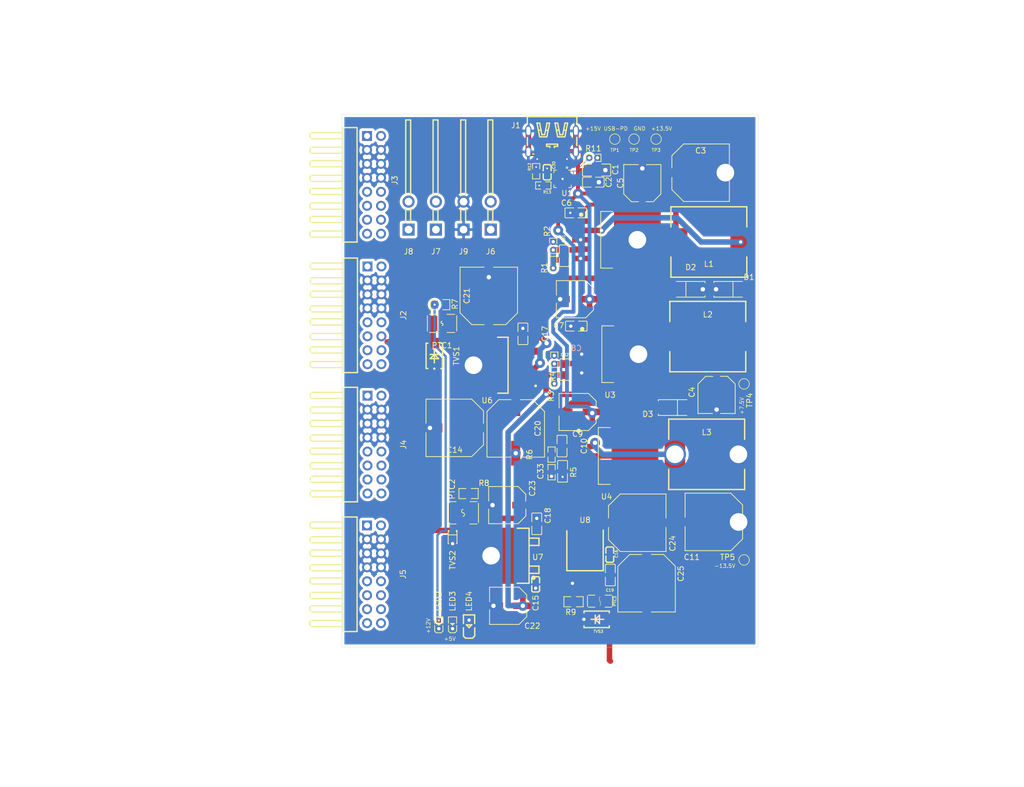
<source format=kicad_pcb>
(kicad_pcb (version 20241229) (generator "pcbnew") (generator_version "9.0")
  (layers (0 "F.Cu" signal) (2 "B.Cu" signal) (13 "F.Paste" user) (15 "B.Paste" user) (5 "F.SilkS" user "F.Silkscreen") (7 "B.SilkS" user "B.Silkscreen") (1 "F.Mask" user) (3 "B.Mask" user) (25 "Edge.Cuts" user))
  (net 0 "")
  (net 1 "+15V -> +13.5V gen")
  (net 2 "/DC-DC Conversion/+13.5V OUT")
  (net 3 "/DC-DC Conversion/+7.5V OUT")
  (net 4 "/DC-DC Conversion/-13.5V OUT")
  (net 5 "Net-(C16-Pad2)")
  (net 6 "Net-(U6-OUT)")
  (net 7 "Net-(U7-OUT)")
  (net 8 "Net-(U8-OUT)")
  (net 9 "Net-(U1-VDD)")
  (net 10 "Net-(U2-Feedback)")
  (net 11 "Net-(U3-Feedback)")
  (net 12 "Net-(U4-Feedback)")
  (net 13 "Net-(D1-K)")
  (net 14 "Net-(D2-K)")
  (net 15 "Net-(D3-K)")
  (net 16 "Net-(J1-CC1)")
  (net 17 "Net-(J1-CC2)")
  (net 18 "-12V rail")
  (net 19 "CV rail")
  (net 20 "+12V rail")
  (net 21 "+5V rail")
  (net 22 "GATE rail")
  (net 23 "Net-(LED2-A)")
  (net 24 "Net-(LED3-A)")
  (net 25 "Net-(LED4--)")
  (net 26 "Net-(U1-CFG1)")
  (net 29 "unconnected-(U1-GATE-Pad5)")
  (net 30 "Net-(U1-DM)")
  (net 37 "GND")
  (footprint "zudo-pd:C0603" (layer "F.Cu") (at 184.2 50.03 90)
    (property "Reference" "C30")
    (property "Value" "1uF")
  )
  (footprint "zudo-pd:R0603" (layer "F.Cu") (at 182.2 49.83 -90)
    (property "Reference" "R12")
    (property "Value" "5.1k")
  )
  (footprint "zudo-pd:C0805" (layer "F.Cu") (at 189.4 57.4 180)
    (property "Reference" "C6")
    (property "Value" "100nF")
  )
  (footprint "zudo-pd:C0805" (layer "F.Cu") (at 195.68 123.24 90)
    (property "Reference" "C19")
    (property "Value" "100nF")
  )
  (footprint "zudo-pd:CONN-TH_1217754-1" (layer "F.Cu") (at 163.97 57.9075 180)
    (property "Reference" "J7")
    (property "Value" "1217754-1" (hide yes))
  )
  (footprint "zudo-pd:CONN-TH_1217754-1" (layer "F.Cu") (at 169 57.9075 180)
    (property "Reference" "J9")
    (property "Value" "1217754-1" (hide yes))
  )
  (footprint "TestPoint:TestPoint_Pad_D1.5mm" (layer "F.Cu") (at 196.5 44)
    (property "Reference" "TP1")
    (property "Value" "+15V USB-PD")
  )
  (footprint "zudo-pd:C0805" (layer "F.Cu") (at 187.4 85.9 -90)
    (property "Reference" "C32")
    (property "Value" "22nF")
  )
  (footprint "zudo-pd:IND-SMD_L13.8-W12.8" (layer "F.Cu") (at 213.4 79.9)
    (property "Reference" "L2")
    (property "Value" "100uH")
  )
  (footprint "zudo-pd:TO-263-2_L10.0-W9.1-P5.08-LS15.2-TL" (layer "F.Cu") (at 175.9 85.1 180)
    (property "Reference" "U6")
    (property "Value" "L7812CD2T-TR")
  )
  (footprint "zudo-pd:D-FLAT_L4.3-W2.6-LS5.3-RD" (layer "F.Cu") (at 193.2 131.3)
    (property "Reference" "TVS3")
    (property "Value" "SMAJ15A_C571368" (hide yes))
  )
  (footprint "zudo-pd:C0603" (layer "F.Cu") (at 195.58 119.54 -90)
    (property "Reference" "C16")
    (property "Value" "470nF")
  )
  (footprint "zudo-pd:HDR-TH_16P-P2.54-H-M-R2-C8-S2.54" (layer "F.Cu") (at 152.73 123.11 -90)
    (property "Reference" "J5")
    (property "Value" "2541WR-2X08P" (hide yes))
  )
  (footprint "zudo-pd:CAP-SMD_BD6.3-L6.6-W6.6-LS7.3-FD" (layer "F.Cu") (at 201.5 52 90)
    (property "Reference" "C5")
    (property "Value" "100uF")
  )
  (footprint "zudo-pd:LED0603-RD" (layer "F.Cu") (at 164.5 132.25 90)
    (property "Reference" "LED2")
    (property "Value" "Green")
  )
  (footprint "zudo-pd:QFN-20_L3.0-W3.0-P0.40-BL-EP1.7" (layer "F.Cu") (at 187 51.23 180)
    (property "Reference" "U1")
    (property "Value" "CH224D")
  )
  (footprint "zudo-pd:TO-263-5_L10.2-W8.9-P1.70-BR" (layer "F.Cu") (at 195.64 83.1 180)
    (property "Reference" "U3")
    (property "Value" "LM2596S-ADJ")
  )
  (footprint "zudo-pd:F1206" (layer "F.Cu") (at 193.8 128)
    (property "Reference" "PTC3")
    (property "Value" "BSMD1206-150-16V" (hide yes))
  )
  (footprint "zudo-pd:R0805" (layer "F.Cu") (at 189 128.1 180)
    (property "Reference" "R9")
    (property "Value" "1k")
  )
  (footprint "zudo-pd:IND-SMD_L13.8-W12.8" (layer "F.Cu") (at 213.2 101.3)
    (property "Reference" "L3")
    (property "Value" "100uH")
  )
  (footprint "zudo-pd:C0805" (layer "F.Cu") (at 179.79 79.4 -90)
    (property "Reference" "C17")
    (property "Value" "100nF")
  )
  (footprint "zudo-pd:F1210" (layer "F.Cu") (at 165.09 77.5 180)
    (property "Reference" "PTC1")
    (property "Value" "SMD1210P200TF" (hide yes))
  )
  (footprint "zudo-pd:HDR-TH_16P-P2.54-H-M-R2-C8-S2.54" (layer "F.Cu") (at 152.8 99.5325 -90)
    (property "Reference" "J4")
    (property "Value" "2541WR-2X08P" (hide yes))
  )
  (footprint "zudo-pd:CAP-SMD_BD6.3-L6.6-W6.6-FD" (layer "F.Cu") (at 176.94 110.54 180)
    (property "Reference" "C23")
    (property "Value" "470uF")
  )
  (footprint "zudo-pd:SOD-323_L1.8-W1.3-LS2.5-FD" (layer "F.Cu") (at 167.01 116.34 90)
    (property "Reference" "TVS2")
    (property "Value" "SD05_C502527")
  )
  (footprint "zudo-pd:CAP-SMD_BD10.0-L10.3-W10.3-LS11.0-FD" (layer "F.Cu") (at 178.49 96.6 -90)
    (property "Reference" "C20")
    (property "Value" "470uF")
  )
  (footprint "zudo-pd:R0603" (layer "F.Cu") (at 185.3 66.7 90)
    (property "Reference" "R1")
    (property "Value" "10k")
  )
  (footprint "zudo-pd:F1812" (layer "F.Cu") (at 168.91 111.94 180)
    (property "Reference" "PTC2")
    (property "Value" "mSMD110-33V" (hide yes))
  )
  (footprint "zudo-pd:C1206" (layer "F.Cu") (at 193.19 49.63 180)
    (property "Reference" "C1")
    (property "Value" "10uF")
  )
  (footprint "zudo-pd:CAP-SMD_BD10.0-L10.3-W10.3-LS11.0-FD" (layer "F.Cu") (at 167.39 96.5 180)
    (property "Reference" "C14")
    (property "Value" "470nF")
  )
  (footprint "TestPoint:TestPoint_Pad_D1.5mm" (layer "F.Cu") (at 220 120.5 90)
    (property "Reference" "TP5")
    (property "Value" "-13.5V")
  )
  (footprint "zudo-pd:CAP-SMD_BD6.3-L6.6-W6.6-LS7.3-FD" (layer "F.Cu") (at 189.23 73.1 180)
    (property "Reference" "C7")
    (property "Value" "100uF")
  )
  (footprint "zudo-pd:C0805" (layer "F.Cu") (at 187 104.4 90)
    (property "Reference" "C33")
    (property "Value" "22nF")
  )
  (footprint "zudo-pd:R0603" (layer "F.Cu") (at 185.3 63.4 -90)
    (property "Reference" "R2")
    (property "Value" "1k")
  )
  (footprint "zudo-pd:R0805" (layer "F.Cu") (at 164.74 74.1 180)
    (property "Reference" "R7")
    (property "Value" "1k")
  )
  (footprint "zudo-pd:TO-263-5_L10.2-W8.9-P1.70-BR" (layer "F.Cu") (at 195.44 62.3 180)
    (property "Reference" "U2" (hide yes))
    (property "Value" "LM2596S-ADJ")
  )
  (footprint "zudo-pd:HDR-TH_16P-P2.54-H-M-R2-C8-S2.54" (layer "F.Cu") (at 152.8 76.0325 -90)
    (property "Reference" "J2")
    (property "Value" "2541WR-2X08P" (hide yes))
  )
  (footprint "zudo-pd:R0603" (layer "F.Cu") (at 185.5 87.7 -90)
    (property "Reference" "R3")
    (property "Value" "5.1k")
  )
  (footprint "zudo-pd:TYPE-C-SMD_TYPE-C-6P" (layer "F.Cu") (at 185.1 44.5375 180)
    (property "Reference" "J1")
    (property "Value" "USB-C")
  )
  (footprint "zudo-pd:R0805" (layer "F.Cu") (at 169.91 108.44 180)
    (property "Reference" "R8")
    (property "Value" "1k")
  )
  (footprint "zudo-pd:CAP-SMD_BD6.3-L6.6-W6.6-FD" (layer "F.Cu") (at 177.11 128.84 180)
    (property "Reference" "C22")
    (property "Value" "470uF")
  )
  (footprint "zudo-pd:C0805" (layer "F.Cu") (at 189.5 78 180)
    (property "Reference" "C8")
    (property "Value" "100nF")
  )
  (footprint "zudo-pd:C0805" (layer "F.Cu") (at 187.3 65.2 -90)
    (property "Reference" "C31")
    (property "Value" "22nF")
  )
  (footprint "zudo-pd:C0805" (layer "F.Cu") (at 182.31 113.94 90)
    (property "Reference" "C18")
    (property "Value" "100nF")
  )
  (footprint "zudo-pd:LED0805-R-RD" (layer "F.Cu") (at 170 132.5 90)
    (property "Reference" "LED4")
    (property "Value" "Red")
  )
  (footprint "zudo-pd:R0603" (layer "F.Cu") (at 185.5 84.1 90)
    (property "Reference" "R4")
    (property "Value" "1k")
  )
  (footprint "zudo-pd:CAP-SMD_BD10.0-L10.3-W10.3-LS11.0-FD" (layer "F.Cu") (at 214.5 113.6 180)
    (property "Reference" "C11")
    (property "Value" "470uF 25V")
  )
  (footprint "zudo-pd:CAP-SMD_BD6.3-L6.6-W6.6-LS7.3-FD" (layer "F.Cu") (at 189.73 93.6 180)
    (property "Reference" "C9")
    (property "Value" "100uF")
  )
  (footprint "zudo-pd:CAP-SMD_BD10.0-L10.3-W10.3-LS11.0-FD" (layer "F.Cu") (at 200.58 113.74)
    (property "Reference" "C24")
    (property "Value" "470uF")
  )
  (footprint "zudo-pd:TO-263-2_L10.0-W9.2-P5.08-LS15.3-TL-CW" (layer "F.Cu") (at 179.41 119.74 180)
    (property "Reference" "U7")
    (property "Value" "L7805ABD2T-TR" (hide yes))
  )
  (footprint "TestPoint:TestPoint_Pad_D1.5mm" (layer "F.Cu") (at 200 44)
    (property "Reference" "TP2")
    (property "Value" "GND")
  )
  (footprint "zudo-pd:CAP-SMD_BD10.0-L10.3-W10.3-LS11.0-FD" (layer "F.Cu") (at 173.59 72.5 90)
    (property "Reference" "C21")
    (property "Value" "470uF")
  )
  (footprint "zudo-pd:CONN-TH_1217754-1" (layer "F.Cu") (at 159 57.9075 180)
    (property "Reference" "J8")
    (property "Value" "1217754-1" (hide yes))
  )
  (footprint "zudo-pd:R0603" (layer "F.Cu") (at 185 101.35 90)
    (property "Reference" "R6")
    (property "Value" "1k")
  )
  (footprint "zudo-pd:C0805" (layer "F.Cu") (at 192.6 51.83 180)
    (property "Reference" "C2")
    (property "Value" "100nF")
  )
  (footprint "zudo-pd:SMA_L4.3-W2.6-LS5.2-RD" (layer "F.Cu") (at 207 92.8 180)
    (property "Reference" "D3")
    (property "Value" "SS34")
  )
  (footprint "zudo-pd:R0603" (layer "F.Cu") (at 192.6 47.4)
    (property "Reference" "R11")
    (property "Value" "56k")
  )
  (footprint "zudo-pd:CONN-TH_1217754-1" (layer "F.Cu") (at 173.94 57.9075 180)
    (property "Reference" "J6")
    (property "Value" "1217754-1" (hide yes))
  )
  (footprint "zudo-pd:IND-SMD_L13.8-W12.8" (layer "F.Cu") (at 213.6 62.7 180)
    (property "Reference" "L1")
    (property "Value" "100uH")
  )
  (footprint "zudo-pd:TO-252-3_L6.5-W5.8-P4.58-BL" (layer "F.Cu") (at 191.09 121)
    (property "Reference" "U8")
    (property "Value" "CJ7912_C94173" (hide yes))
  )
  (footprint "zudo-pd:R0603" (layer "F.Cu") (at 185 104.55 -90)
    (property "Reference" "R5")
    (property "Value" "10k")
  )
  (footprint "zudo-pd:R0603" (layer "F.Cu") (at 183.5 52.43)
    (property "Reference" "R13")
    (property "Value" "5.1k")
  )
  (footprint "zudo-pd:C0805" (layer "F.Cu") (at 186.9 99.8 -90)
    (property "Reference" "C10")
    (property "Value" "100nF")
  )
  (footprint "zudo-pd:D-FLAT_L4.3-W2.6-LS5.3-RD" (layer "F.Cu") (at 163.69 83.4 -90)
    (property "Reference" "TVS1")
    (property "Value" "SMAJ15A_C571368" (hide yes))
  )
  (footprint "zudo-pd:C0603" (layer "F.Cu") (at 182.11 124.94 -90)
    (property "Reference" "C15")
    (property "Value" "470nF")
  )
  (footprint "TestPoint:TestPoint_Pad_D1.5mm" (layer "F.Cu") (at 220 88.5)
    (property "Reference" "TP4")
    (property "Value" "+7.5V")
  )
  (footprint "zudo-pd:LED0603-RD" (layer "F.Cu") (at 167 132.25 90)
    (property "Reference" "LED3")
    (property "Value" "Blue")
  )
  (footprint "zudo-pd:CAP-SMD_BD10.0-L10.3-W10.3-LS11.0-FD" (layer "F.Cu") (at 212.1 50.1)
    (property "Reference" "C3")
    (property "Value" "470uF 25V")
  )
  (footprint "zudo-pd:CAP-SMD_BD6.3-L6.6-W6.6-FD" (layer "F.Cu") (at 215 90.5 -90)
    (property "Reference" "C4")
    (property "Value" "470uF 16V")
  )
  (footprint "TestPoint:TestPoint_Pad_D1.5mm" (layer "F.Cu") (at 204 44)
    (property "Reference" "TP3")
    (property "Value" "+13.5V")
  )
  (footprint "zudo-pd:HDR-TH_16P-P2.54-H-M-R2-C8-S2.54" (layer "F.Cu") (at 152.73 52.31 -90)
    (property "Reference" "J3")
    (property "Value" "2541WR-2X08P" (hide yes))
  )
  (footprint "zudo-pd:SMA_L4.3-W2.6-LS5.2-RD" (layer "F.Cu") (at 217.1 71.3 180)
    (property "Reference" "D1")
    (property "Value" "SS34")
  )
  (footprint "zudo-pd:CAP-SMD_BD10.0-L10.3-W10.3-LS11.0-FD" (layer "F.Cu") (at 202.28 124.74 -90)
    (property "Reference" "C25")
    (property "Value" "470uF")
  )
  (footprint "zudo-pd:SMA_L4.3-W2.6-LS5.2-RD" (layer "F.Cu") (at 210.3 71.3)
    (property "Reference" "D2")
    (property "Value" "SS34")
  )
  (footprint "zudo-pd:TO-263-5_L10.2-W8.9-P1.70-BR" (layer "F.Cu") (at 195 101.6 180)
    (property "Reference" "U4")
    (property "Value" "LM2596S-ADJ")
  )
  (gr_rect (start 146.84 39.5) (end 222.56 136.36) (stroke (width 0.05)) (fill no) (layer "Edge.Cuts"))
  (gr_text "-13.5V" (at 216.5 122 0) (layer "F.SilkS") (effects (font (size 0.7 0.7) (thickness 0.1)) (justify bottom)))
  (gr_text "+15V USB-PD" (at 195 42.5 0) (layer "F.SilkS") (effects (font (size 0.7 0.7) (thickness 0.1)) (justify bottom)))
  (gr_text "+7.5V" (at 220 92.5 90) (layer "F.SilkS") (effects (font (size 0.7 0.7) (thickness 0.1)) (justify bottom)))
  (gr_text "+12V" (at 163 132.5 90) (layer "F.SilkS") (effects (font (size 0.7 0.7) (thickness 0.1)) (justify bottom)))
  (gr_text "GND" (at 201 42.5 0) (layer "F.SilkS") (effects (font (size 0.7 0.7) (thickness 0.1)) (justify bottom)))
  (gr_text "+5V" (at 166.5 135.25 0) (layer "F.SilkS") (effects (font (size 0.7 0.7) (thickness 0.1)) (justify bottom)))
  (gr_text "+13.5V" (at 205 42.5 0) (layer "F.SilkS") (effects (font (size 0.7 0.7) (thickness 0.1)) (justify bottom)))
  (segment (start 186.6 46.5675) (end 186.6 47.93) (width 0.7) (layer "F.Cu") (net 1))
  (segment (start 187.4 49.82) (end 187.4 48.73) (width 0.1) (layer "F.Cu") (net 1))
  (segment (start 190.5 79.68) (end 190.48 79.7) (width 1) (layer "F.Cu") (net 1))
  (segment (start 186.6 47.93) (end 186.6 48.63) (width 0.7) (layer "F.Cu") (net 1))
  (segment (start 201.5 54.8) (end 200.4 55.9) (width 0.7) (layer "F.Cu") (net 1))
  (segment (start 186.7 48.73) (end 187.4 48.73) (width 0.7) (layer "F.Cu") (net 1))
  (segment (start 186.6 48.63) (end 186.7 48.73) (width 0.7) (layer "F.Cu") (net 1))
  (segment (start 190.28 58.9) (end 190.28 57.52) (width 1) (layer "F.Cu") (net 1))
  (segment (start 201.5 54.67) (end 200.47 54.67) (width 0.7) (layer "F.Cu") (net 1))
  (segment (start 192.4 93.8) (end 192.4 95.64) (width 1) (layer "F.Cu") (net 1))
  (segment (start 187.5 98.2) (end 186.9 98.8) (width 1) (layer "F.Cu") (net 1))
  (segment (start 201.5 54.67) (end 201.5 54.8) (width 0.7) (layer "F.Cu") (net 1))
  (segment (start 191.9 76.6) (end 190.5 78) (width 1) (layer "F.Cu") (net 1))
  (segment (start 199.7 53.9) (end 189.8 53.9) (width 0.7) (layer "F.Cu") (net 1))
  (segment (start 190.5 46.5) (end 190.5 48.03) (width 0.4) (layer "F.Cu") (net 1))
  (segment (start 189.84 98.2) (end 187.5 98.2) (width 1) (layer "F.Cu") (net 1))
  (segment (start 191.9 55.9) (end 190.4 57.4) (width 0.7) (layer "F.Cu") (net 1))
  (segment (start 189.8 48.73) (end 189.8 49.63) (width 0.7) (layer "F.Cu") (net 1))
  (segment (start 186.6 44.53) (end 183.6 44.53) (width 0.7) (layer "F.Cu") (net 1))
  (segment (start 190.28 57.52) (end 190.4 57.4) (width 1) (layer "F.Cu") (net 1))
  (segment (start 190.5 78) (end 190.5 79.68) (width 1) (layer "F.Cu") (net 1))
  (segment (start 189.8 51.83) (end 189.8 53.9) (width 0.7) (layer "F.Cu") (net 1))
  (segment (start 183.6 44.53) (end 183.6 46.5675) (width 0.7) (layer "F.Cu") (net 1))
  (segment (start 189.8 53.9) (end 188.9 54.8) (width 0.7) (layer "F.Cu") (net 1))
  (segment (start 193 44) (end 190.5 46.5) (width 0.4) (layer "F.Cu") (net 1))
  (segment (start 191.6 51.83) (end 189.8 51.83) (width 0.7) (layer "F.Cu") (net 1))
  (segment (start 190.5 48.03) (end 189.8 48.73) (width 0.4) (layer "F.Cu") (net 1))
  (segment (start 191.6 49.63) (end 189.8 49.63) (width 0.7) (layer "F.Cu") (net 1))
  (segment (start 189.8 49.63) (end 189.8 51.83) (width 0.7) (layer "F.Cu") (net 1))
  (segment (start 186.6 46.5675) (end 186.6 44.53) (width 0.7) (layer "F.Cu") (net 1))
  (segment (start 191.9 73.1) (end 191.9 76.6) (width 1) (layer "F.Cu") (net 1))
  (segment (start 188.9 54.8) (end 186.2 54.8) (width 0.7) (layer "F.Cu") (net 1))
  (segment (start 186.6 47.93) (end 186.6 47.53) (width 0.7) (layer "F.Cu") (net 1))
  (segment (start 200.47 54.67) (end 199.7 53.9) (width 0.7) (layer "F.Cu") (net 1))
  (segment (start 192.4 93.6) (end 192.4 93.8) (width 1) (layer "F.Cu") (net 1))
  (segment (start 196.5 44) (end 193 44) (width 0.4) (layer "F.Cu") (net 1))
  (segment (start 187.4 48.73) (end 189.8 48.73) (width 0.7) (layer "F.Cu") (net 1))
  (segment (start 192.4 95.64) (end 189.84 98.2) (width 1) (layer "F.Cu") (net 1))
  (segment (start 200.4 55.9) (end 191.9 55.9) (width 0.7) (layer "F.Cu") (net 1))
  (segment (start 186.2 54.8) (end 186.2 60.6) (width 0.7) (layer "F.Cu") (net 1))
  (via (at 186.2 60.6) (size 1.8) (drill 0.8) (layers "F.Cu" "B.Cu") (net 1))
  (via (at 189.8 53.9) (size 1.8) (drill 0.8) (layers "F.Cu" "B.Cu") (net 1))
  (via (at 192.4 93.8) (size 1.8) (drill 0.8) (layers "F.Cu" "B.Cu") (net 1))
  (via (at 191.9 73.1) (size 1.8) (drill 0.8) (layers "F.Cu" "B.Cu") (net 1))
  (segment (start 189 75.4) (end 187 75.4) (width 0.7) (layer "B.Cu") (net 1))
  (segment (start 187.8 92.6) (end 191.5 92.6) (width 0.7) (layer "B.Cu") (net 1))
  (segment (start 191.5 92.6) (end 192.4 93.5) (width 0.7) (layer "B.Cu") (net 1))
  (segment (start 185.4 77) (end 185.3 77.1) (width 0.7) (layer "B.Cu") (net 1))
  (segment (start 187 75.4) (end 185.4 77) (width 0.7) (layer "B.Cu") (net 1))
  (segment (start 185.3 79.1) (end 187.8 81.6) (width 0.7) (layer "B.Cu") (net 1))
  (segment (start 187.8 81.6) (end 187.8 92.6) (width 0.7) (layer "B.Cu") (net 1))
  (segment (start 189 63.4) (end 189 75.4) (width 0.7) (layer "B.Cu") (net 1))
  (segment (start 191.9 56) (end 191.9 73.1) (width 0.7) (layer "B.Cu") (net 1))
  (segment (start 185.3 77.1) (end 185.3 79.1) (width 0.7) (layer "B.Cu") (net 1))
  (segment (start 186.2 60.6) (end 189 63.4) (width 0.7) (layer "B.Cu") (net 1))
  (segment (start 189.8 53.9) (end 191.9 56) (width 0.7) (layer "B.Cu") (net 1))
  (segment (start 187.5 69.3) (end 182.2 69.3) (width 1) (layer "F.Cu") (net 2))
  (segment (start 171.89 96.5) (end 174.09 96.5) (width 1) (layer "F.Cu") (net 2))
  (segment (start 174.09 96.5) (end 178.49 92.1) (width 1) (layer "F.Cu") (net 2))
  (segment (start 182.2 69.3) (end 182.2 79.2) (width 1) (layer "F.Cu") (net 2))
  (segment (start 207.83 67.07) (end 205.8 69.1) (width 1) (layer "F.Cu") (net 2))
  (segment (start 187.3 69.1) (end 187.5 69.3) (width 1) (layer "F.Cu") (net 2))
  (segment (start 185.3 65.95) (end 187.05 65.95) (width 1) (layer "F.Cu") (net 2))
  (segment (start 205.6 69.3) (end 187.5 69.3) (width 1) (layer "F.Cu") (net 2))
  (segment (start 187.05 65.95) (end 187.3 66.2) (width 1) (layer "F.Cu") (net 2))
  (segment (start 180.99 87.64) (end 180.99 88.5) (width 1) (layer "F.Cu") (net 2))
  (segment (start 180.99 88.5) (end 180.99 89.6) (width 1) (layer "F.Cu") (net 2))
  (segment (start 207.6 50.1) (end 207.6 62.47) (width 1) (layer "F.Cu") (net 2))
  (segment (start 180.99 89.6) (end 178.49 92.1) (width 1) (layer "F.Cu") (net 2))
  (segment (start 180.99 86.61) (end 182.9 84.7) (width 1) (layer "F.Cu") (net 2))
  (segment (start 180.99 88.5) (end 180.99 86.61) (width 1) (layer "F.Cu") (net 2))
  (segment (start 182.2 79.2) (end 184.1 81.1) (width 1) (layer "F.Cu") (net 2))
  (segment (start 207.83 62.7) (end 207.83 67.07) (width 1) (layer "F.Cu") (net 2))
  (segment (start 207.6 62.47) (end 207.83 62.7) (width 1) (layer "F.Cu") (net 2))
  (segment (start 205.8 69.1) (end 205.6 69.3) (width 1) (layer "F.Cu") (net 2))
  (segment (start 187.3 66.2) (end 187.3 69.1) (width 1) (layer "F.Cu") (net 2))
  (via (at 182.9 84.7) (size 1.8) (drill 0.8) (layers "F.Cu" "B.Cu") (net 2))
  (via (at 184.1 81.1) (size 1.8) (drill 0.8) (layers "F.Cu" "B.Cu") (net 2))
  (segment (start 182.9 82.3) (end 184.1 81.1) (width 1) (layer "B.Cu") (net 2))
  (segment (start 182.9 84.7) (end 182.9 82.3) (width 1) (layer "B.Cu") (net 2))
  (segment (start 182.11 122.24) (end 182.11 124.24) (width 1) (layer "F.Cu") (net 3))
  (segment (start 215 87.83) (end 219.33 87.83) (width 1) (layer "F.Cu") (net 3))
  (segment (start 184.1 86.9) (end 184 87) (width 1) (layer "F.Cu") (net 3))
  (segment (start 180.66 124.24) (end 182.11 124.24) (width 1) (layer "F.Cu") (net 3))
  (segment (start 187.4 86.9) (end 185.55 86.9) (width 1) (layer "F.Cu") (net 3))
  (segment (start 210.3 87.83) (end 207.73 90.4) (width 1) (layer "F.Cu") (net 3))
  (segment (start 185.55 86.9) (end 184.1 86.9) (width 1) (layer "F.Cu") (net 3))
  (segment (start 215 87.83) (end 210.3 87.83) (width 1) (layer "F.Cu") (net 3))
  (segment (start 184 87) (end 184 90.4) (width 1) (layer "F.Cu") (net 3))
  (segment (start 184.81 122.28) (end 182.15 122.28) (width 1) (layer "F.Cu") (net 3))
  (segment (start 207.73 90.4) (end 184 90.4) (width 1) (layer "F.Cu") (net 3))
  (segment (start 216.7 87.83) (end 215 87.83) (width 1) (layer "F.Cu") (net 3))
  (segment (start 179.78 125.12) (end 180.66 124.24) (width 1) (layer "F.Cu") (net 3))
  (segment (start 219.33 87.83) (end 220 88.5) (width 1) (layer "F.Cu") (net 3))
  (segment (start 179.78 128.84) (end 179.78 125.12) (width 1) (layer "F.Cu") (net 3))
  (segment (start 219.17 79.9) (end 219.17 85.36) (width 1) (layer "F.Cu") (net 3))
  (segment (start 182.15 122.28) (end 182.11 122.24) (width 1) (layer "F.Cu") (net 3))
  (segment (start 185.55 86.9) (end 185.5 86.95) (width 1) (layer "F.Cu") (net 3))
  (segment (start 219.17 85.36) (end 216.7 87.83) (width 1) (layer "F.Cu") (net 3))
  (via (at 184 90.4) (size 1.2) (drill 0.6) (layers "F.Cu" "B.Cu") (net 3))
  (via (at 178.49 101.1) (size 1.8) (drill 0.8) (layers "F.Cu" "B.Cu") (net 3))
  (via (at 179.78 128.84) (size 1.8) (drill 0.8) (layers "F.Cu" "B.Cu") (net 3))
  (segment (start 184 90.4) (end 177.1 97.3) (width 1) (layer "B.Cu") (net 3))
  (segment (start 177.1 128.8) (end 179.5 128.8) (width 1) (layer "B.Cu") (net 3))
  (segment (start 179.5 128.8) (end 179.6 128.9) (width 1) (layer "B.Cu") (net 3))
  (segment (start 177.1 97.3) (end 177.1 128.8) (width 1) (layer "B.Cu") (net 3))
  (segment (start 196.76 105) (end 200.16 101.6) (width 1) (layer "F.Cu") (net 4))
  (segment (start 195.58 118.84) (end 195.58 114.24) (width 1) (layer "F.Cu") (net 4))
  (segment (start 182.8 97.86) (end 182.8 108.96) (width 1) (layer "F.Cu") (net 4))
  (segment (start 204 92) (end 188.66 92) (width 1) (layer "F.Cu") (net 4))
  (segment (start 189.84 105) (end 196.76 105) (width 1) (layer "F.Cu") (net 4))
  (segment (start 194.6 113.74) (end 191.09 117.25) (width 1) (layer "F.Cu") (net 4))
  (segment (start 206.7 94.7) (end 206.7 95.06) (width 1) (layer "F.Cu") (net 4))
  (segment (start 210 110.9) (end 210 113.6) (width 1) (layer "F.Cu") (net 4))
  (segment (start 195.58 114.24) (end 196.08 113.74) (width 1) (layer "F.Cu") (net 4))
  (segment (start 200.7 101.6) (end 210 110.9) (width 1) (layer "F.Cu") (net 4))
  (segment (start 204.8 92.8) (end 206.7 94.7) (width 1) (layer "F.Cu") (net 4))
  (segment (start 187.7 101.6) (end 186.9 100.8) (width 1) (layer "F.Cu") (net 4))
  (segment (start 204.8 92.8) (end 204 92) (width 1) (layer "F.Cu") (net 4))
  (segment (start 191.3 117.04) (end 191.09 117.25) (width 1) (layer "F.Cu") (net 4))
  (segment (start 189.84 101.6) (end 187.7 101.6) (width 1) (layer "F.Cu") (net 4))
  (segment (start 200.16 101.6) (end 200.7 101.6) (width 1) (layer "F.Cu") (net 4))
  (segment (start 185 100.6) (end 186.7 100.6) (width 1) (layer "F.Cu") (net 4))
  (segment (start 182.8 108.96) (end 191.09 117.25) (width 1) (layer "F.Cu") (net 4))
  (segment (start 186.7 100.6) (end 186.9 100.8) (width 1) (layer "F.Cu") (net 4))
  (segment (start 206.7 95.06) (end 200.16 101.6) (width 1) (layer "F.Cu") (net 4))
  (segment (start 189.84 101.6) (end 200.16 101.6) (width 1) (layer "F.Cu") (net 4))
  (segment (start 196.08 113.74) (end 194.6 113.74) (width 1) (layer "F.Cu") (net 4))
  (segment (start 188.66 92) (end 187.06 93.6) (width 1) (layer "F.Cu") (net 4))
  (segment (start 192.18 117.04) (end 191.3 117.04) (width 1) (layer "F.Cu") (net 4))
  (segment (start 187.06 93.6) (end 182.8 97.86) (width 1) (layer "F.Cu") (net 4))
  (segment (start 197.68 120.24) (end 195.68 122.24) (width 1) (layer "F.Cu") (net 5))
  (segment (start 195.68 122.24) (end 195.68 120.34) (width 1) (layer "F.Cu") (net 5))
  (segment (start 205.08 117.44) (end 202.28 120.24) (width 1) (layer "F.Cu") (net 5))
  (segment (start 205.08 113.74) (end 205.08 117.44) (width 1) (layer "F.Cu") (net 5))
  (segment (start 202.28 120.24) (end 197.68 120.24) (width 1) (layer "F.Cu") (net 5))
  (segment (start 195.68 120.34) (end 195.58 120.24) (width 1) (layer "F.Cu") (net 5))
  (segment (start 179.79 80.4) (end 178.49 80.4) (width 1) (layer "F.Cu") (net 6))
  (segment (start 166.69 77.5) (end 172.99 77.5) (width 1) (layer "F.Cu") (net 6))
  (segment (start 180.99 81.6) (end 179.79 80.4) (width 1) (layer "F.Cu") (net 6))
  (segment (start 180.99 82.56) (end 180.99 81.6) (width 1) (layer "F.Cu") (net 6))
  (segment (start 165.74 76.55) (end 166.69 77.5) (width 1) (layer "F.Cu") (net 6))
  (segment (start 172.99 77.5) (end 173.49 77) (width 1) (layer "F.Cu") (net 6))
  (segment (start 178.49 80.4) (end 175.09 77) (width 1) (layer "F.Cu") (net 6))
  (segment (start 165.74 74.1) (end 165.74 76.55) (width 1) (layer "F.Cu") (net 6))
  (segment (start 173.49 77) (end 173.59 77) (width 1) (layer "F.Cu") (net 6))
  (segment (start 175.09 77) (end 173.59 77) (width 1) (layer "F.Cu") (net 6))
  (segment (start 172.31 112.94) (end 179.41 112.94) (width 1) (layer "F.Cu") (net 7))
  (segment (start 170.91 108.44) (end 170.91 111.79) (width 1) (layer "F.Cu") (net 7))
  (segment (start 179.41 112.94) (end 179.61 113.14) (width 1) (layer "F.Cu") (net 7))
  (segment (start 170.76 111.94) (end 171.31 111.94) (width 1) (layer "F.Cu") (net 7))
  (segment (start 170.91 111.79) (end 170.76 111.94) (width 1) (layer "F.Cu") (net 7))
  (segment (start 181.41 114.94) (end 182.31 114.94) (width 1) (layer "F.Cu") (net 7))
  (segment (start 171.31 111.94) (end 172.31 112.94) (width 1) (layer "F.Cu") (net 7))
  (segment (start 182.55 114.94) (end 184.81 117.2) (width 1) (layer "F.Cu") (net 7))
  (segment (start 179.61 110.54) (end 179.61 113.14) (width 1) (layer "F.Cu") (net 7))
  (segment (start 179.61 113.14) (end 181.41 114.94) (width 1) (layer "F.Cu") (net 7))
  (segment (start 182.31 114.94) (end 182.55 114.94) (width 1) (layer "F.Cu") (net 7))
  (segment (start 192.35 128) (end 192.35 125.77) (width 1) (layer "F.Cu") (net 8))
  (segment (start 190 128.1) (end 192.25 128.1) (width 1) (layer "F.Cu") (net 8))
  (segment (start 193.88 124.24) (end 193.38 124.74) (width 1) (layer "F.Cu") (net 8))
  (segment (start 195.68 124.24) (end 193.88 124.24) (width 1) (layer "F.Cu") (net 8))
  (segment (start 192.35 125.77) (end 193.38 124.74) (width 1) (layer "F.Cu") (net 8))
  (segment (start 197.28 124.24) (end 202.28 129.24) (width 1) (layer "F.Cu") (net 8))
  (segment (start 195.68 124.24) (end 197.28 124.24) (width 1) (layer "F.Cu") (net 8))
  (segment (start 192.25 128.1) (end 192.35 128) (width 1) (layer "F.Cu") (net 8))
  (segment (start 184.3 50.83) (end 184.2 50.73) (width 0.1) (layer "F.Cu") (net 9))
  (segment (start 185.59 50.83) (end 184.3 50.83) (width 0.1) (layer "F.Cu") (net 9))
  (segment (start 185.3 64.15) (end 190.13 64.15) (width 1) (layer "F.Cu") (net 10))
  (segment (start 190.13 64.15) (end 190.28 64) (width 1) (layer "F.Cu") (net 10))
  (via (at 185.3 64.15) (size 1.2) (drill 0.6) (layers "F.Cu" "B.Cu") (net 10))
  (via (at 185.3 67.45) (size 1.2) (drill 0.6) (layers "F.Cu" "B.Cu") (net 10))
  (segment (start 185.3 64.15) (end 185.3 67.45) (width 1) (layer "B.Cu") (net 10))
  (segment (start 187.5 84.8) (end 187.4 84.9) (width 1) (layer "F.Cu") (net 11))
  (segment (start 185.5 84.85) (end 187.35 84.85) (width 1) (layer "F.Cu") (net 11))
  (segment (start 190.48 84.8) (end 187.5 84.8) (width 1) (layer "F.Cu") (net 11))
  (segment (start 187.35 84.85) (end 187.4 84.9) (width 1) (layer "F.Cu") (net 11))
  (via (at 185.5 88.45) (size 1.2) (drill 0.6) (layers "F.Cu" "B.Cu") (net 11))
  (via (at 185.5 84.85) (size 1.2) (drill 0.6) (layers "F.Cu" "B.Cu") (net 11))
  (segment (start 185.5 84.85) (end 185.5 88.45) (width 1) (layer "B.Cu") (net 11))
  (segment (start 187.1 103.3) (end 187 103.4) (width 1) (layer "F.Cu") (net 12))
  (segment (start 187 103.4) (end 186.3 103.4) (width 1) (layer "F.Cu") (net 12))
  (segment (start 185 102.1) (end 185 103.8) (width 1) (layer "F.Cu") (net 12))
  (segment (start 186.3 103.4) (end 185 102.1) (width 1) (layer "F.Cu") (net 12))
  (segment (start 189.84 103.3) (end 187.1 103.3) (width 1) (layer "F.Cu") (net 12))
  (segment (start 190.28 60.6) (end 194.1 60.6) (width 1) (layer "F.Cu") (net 13))
  (segment (start 219.37 71.23) (end 219.3 71.3) (width 1) (layer "F.Cu") (net 13))
  (segment (start 219.37 62.7) (end 219.37 71.23) (width 1) (layer "F.Cu") (net 13))
  (via (at 219.37 62.7) (size 1.2) (drill 0.6) (layers "F.Cu" "B.Cu") (net 13))
  (via (at 194.1 60.6) (size 1.2) (drill 0.6) (layers "F.Cu" "B.Cu") (net 13))
  (segment (start 207.8 58.3) (end 212.2 62.7) (width 1) (layer "B.Cu") (net 13))
  (segment (start 196.4 58.3) (end 207.8 58.3) (width 1) (layer "B.Cu") (net 13))
  (segment (start 212.2 62.7) (end 219.37 62.7) (width 1) (layer "B.Cu") (net 13))
  (segment (start 194.1 60.6) (end 196.4 58.3) (width 1) (layer "B.Cu") (net 13))
  (segment (start 207.63 71.77) (end 208.1 71.3) (width 1) (layer "F.Cu") (net 14))
  (segment (start 190.48 81.4) (end 191.9 81.4) (width 1) (layer "F.Cu") (net 14))
  (segment (start 207.63 75.2) (end 207.63 71.77) (width 1) (layer "F.Cu") (net 14))
  (segment (start 207.53 75.3) (end 207.63 75.2) (width 1) (layer "F.Cu") (net 14))
  (segment (start 195.1 75.3) (end 207.53 75.3) (width 1) (layer "F.Cu") (net 14))
  (segment (start 195.1 78.2) (end 195.1 75.3) (width 1) (layer "F.Cu") (net 14))
  (segment (start 207.63 79.9) (end 207.63 75.2) (width 1) (layer "F.Cu") (net 14))
  (segment (start 191.9 81.4) (end 195.1 78.2) (width 1) (layer "F.Cu") (net 14))
  (segment (start 192.2 99.9) (end 192.9 99.2) (width 1) (layer "F.Cu") (net 15))
  (segment (start 207.43 99.07) (end 211.1 95.4) (width 1) (layer "F.Cu") (net 15))
  (segment (start 211.1 95.4) (end 211.1 94.7) (width 1) (layer "F.Cu") (net 15))
  (segment (start 211.1 94.7) (end 209.2 92.8) (width 1) (layer "F.Cu") (net 15))
  (segment (start 207.43 101.3) (end 207.43 99.07) (width 1) (layer "F.Cu") (net 15))
  (segment (start 189.84 99.9) (end 192.2 99.9) (width 1) (layer "F.Cu") (net 15))
  (via (at 207.43 101.3) (size 4) (drill 3.2) (layers "F.Cu" "B.Cu") (net 15))
  (via (at 192.9 99.2) (size 1.8) (drill 0.8) (layers "F.Cu" "B.Cu") (net 15))
  (segment (start 192.9 99.9) (end 194.3 101.3) (width 1) (layer "B.Cu") (net 15))
  (segment (start 194.3 101.3) (end 207.43 101.3) (width 1) (layer "B.Cu") (net 15))
  (segment (start 192.9 99.2) (end 192.9 99.9) (width 1) (layer "B.Cu") (net 15))
  (segment (start 184.65 52.03) (end 184.25 52.43) (width 0.1) (layer "F.Cu") (net 16))
  (segment (start 185.59 52.03) (end 184.65 52.03) (width 0.1) (layer "F.Cu") (net 16))
  (segment (start 183.4 48.73) (end 183.5 48.63) (width 0.1) (layer "F.Cu") (net 16))
  (segment (start 184.25 52.43) (end 183.4 51.58) (width 0.1) (layer "F.Cu") (net 16))
  (segment (start 185.6 48.63) (end 185.6 46.5675) (width 0.1) (layer "F.Cu") (net 16))
  (segment (start 183.4 51.58) (end 183.4 48.73) (width 0.1) (layer "F.Cu") (net 16))
  (segment (start 183.5 48.63) (end 185.6 48.63) (width 0.1) (layer "F.Cu") (net 16))
  (segment (start 183.1 51.53) (end 181.9 51.53) (width 0.1) (layer "F.Cu") (net 17))
  (segment (start 184.6 46.5675) (end 184.6 48.33) (width 0.1) (layer "F.Cu") (net 17))
  (segment (start 181.9 53.33) (end 185.2 53.33) (width 0.1) (layer "F.Cu") (net 17))
  (segment (start 183.1 48.53) (end 183.1 50.63) (width 0.1) (layer "F.Cu") (net 17))
  (segment (start 183.3 48.33) (end 183.1 48.53) (width 0.1) (layer "F.Cu") (net 17))
  (segment (start 185.89 52.64) (end 186.2 52.64) (width 0.1) (layer "F.Cu") (net 17))
  (segment (start 182.2 50.58) (end 183.05 50.58) (width 0.1) (layer "F.Cu") (net 17))
  (segment (start 184.6 48.33) (end 183.3 48.33) (width 0.1) (layer "F.Cu") (net 17))
  (segment (start 181.9 51.53) (end 181.9 53.33) (width 0.1) (layer "F.Cu") (net 17))
  (segment (start 183.05 50.58) (end 183.1 50.63) (width 0.1) (layer "F.Cu") (net 17))
  (segment (start 183.1 50.63) (end 183.1 51.53) (width 0.1) (layer "F.Cu") (net 17))
  (segment (start 185.2 53.33) (end 185.89 52.64) (width 0.1) (layer "F.Cu") (net 17))
  (segment (start 195.53 128.28) (end 195.25 128) (width 1) (layer "F.Cu") (net 18))
  (segment (start 195.53 131.3) (end 195.53 138.73) (width 1) (layer "F.Cu") (net 18))
  (segment (start 195.53 138.73) (end 195.7 138.9) (width 1) (layer "F.Cu") (net 18))
  (segment (start 195.53 131.3) (end 195.53 128.28) (width 1) (layer "F.Cu") (net 18))
  (segment (start 163.49 80.87) (end 163.69 81.07) (width 1) (layer "F.Cu") (net 20))
  (segment (start 156.04 78.07) (end 155.91 78.2) (width 1) (layer "F.Cu") (net 20))
  (segment (start 163.49 80.87) (end 155.12 80.87) (width 1) (layer "F.Cu") (net 20))
  (segment (start 163.49 77.5) (end 163.49 80.87) (width 1) (layer "F.Cu") (net 20))
  (segment (start 167.01 115.14) (end 156.91 115.14) (width 1) (layer "F.Cu") (net 21))
  (segment (start 167.06 115.09) (end 167.01 115.14) (width 1) (layer "F.Cu") (net 21))
  (segment (start 167.06 111.94) (end 167.06 115.09) (width 1) (layer "F.Cu") (net 21))
  (via (at 164.5 131.5) (size 0.6) (drill 0.3) (layers "F.Cu" "B.Cu") (net 23))
  (via (at 163.74 74.1) (size 1.5) (drill 0.4) (layers "F.Cu" "B.Cu") (net 23))
  (segment (start 164.25 131.25) (end 164.5 131.5) (width 0.4) (layer "B.Cu") (net 23))
  (segment (start 165.75 83.5) (end 165.75 115.25) (width 0.4) (layer "B.Cu") (net 23))
  (segment (start 163.74 74.1) (end 163.74 81.49) (width 0.4) (layer "B.Cu") (net 23))
  (segment (start 165 115.25) (end 164.25 116) (width 0.4) (layer "B.Cu") (net 23))
  (segment (start 163.74 81.49) (end 165.75 83.5) (width 0.4) (layer "B.Cu") (net 23))
  (segment (start 164.25 116) (end 164.25 131.25) (width 0.4) (layer "B.Cu") (net 23))
  (segment (start 165.75 115.25) (end 165 115.25) (width 0.4) (layer "B.Cu") (net 23))
  (segment (start 168.5 110.25) (end 168.5 124.5) (width 0.4) (layer "F.Cu") (net 24))
  (segment (start 168.91 109.84) (end 168.5 110.25) (width 0.4) (layer "F.Cu") (net 24))
  (segment (start 168.5 124.5) (end 167 126) (width 0.4) (layer "F.Cu") (net 24))
  (segment (start 168.91 108.44) (end 168.91 109.84) (width 0.4) (layer "F.Cu") (net 24))
  (segment (start 167 126) (end 167 131.5) (width 0.4) (layer "F.Cu") (net 24))
  (segment (start 187.8 127.9) (end 188 128.1) (width 1) (layer "F.Cu") (net 25))
  (segment (start 182.95 133.55) (end 170 133.55) (width 1) (layer "F.Cu") (net 25))
  (segment (start 188 128.5) (end 182.95 133.55) (width 1) (layer "F.Cu") (net 25))
  (segment (start 188 128.1) (end 188 128.5) (width 1) (layer "F.Cu") (net 25))
  (segment (start 188.415625 50.824375) (end 188.41 50.83) (width 0.1) (layer "F.Cu") (net 26))
  (segment (start 187.8 49.82) (end 188.99 49.82) (width 0.1) (layer "F.Cu") (net 26))
  (segment (start 188.994375 50.824375) (end 188.415625 50.824375) (width 0.1) (layer "F.Cu") (net 26))
  (segment (start 188.994375 49.824375) (end 188.994375 50.824375) (width 0.1) (layer "F.Cu") (net 26))
  (segment (start 188.99 49.82) (end 188.994375 49.824375) (width 0.1) (layer "F.Cu") (net 26))
  (via (at 191.85 47.4) (size 1.2) (drill 0.6) (layers "F.Cu" "B.Cu") (net 26))
  (via (at 188.994375 49.824375) (size 0.2) (drill 0.1) (layers "F.Cu" "B.Cu") (net 26))
  (segment (start 188.994375 49.824375) (end 189.425625 49.824375) (width 0.1) (layer "B.Cu") (net 26))
  (segment (start 189.425625 49.824375) (end 191.85 47.4) (width 0.1) (layer "B.Cu") (net 26))
  (segment (start 186.2 49.82) (end 186.2 49.83) (width 0.1) (layer "F.Cu") (net 29))
  (segment (start 185.59 51.23) (end 185.59 51.63) (width 0.1) (layer "F.Cu") (net 30))
  (segment (start 201 44) (end 201.5 44.5) (width 0.4) (layer "F.Cu") (net 37))
  (segment (start 189.42 42.5075) (end 189.42 46.3175) (width 1) (layer "F.Cu") (net 37))
  (segment (start 187.4 51.63) (end 187.38875 51.61875) (width 0.1) (layer "F.Cu") (net 37))
  (segment (start 187.4 52.64) (end 187.4 51.63) (width 0.1) (layer "F.Cu") (net 37))
  (segment (start 201.5 44.5) (end 201.5 49.33) (width 0.4) (layer "F.Cu") (net 37))
  (segment (start 189.42 46.3175) (end 188.05 46.3175) (width 1) (layer "F.Cu") (net 37))
  (segment (start 186.58875 50.81875) (end 187 51.23) (width 0.1) (layer "F.Cu") (net 37))
  (segment (start 200 44) (end 201 44) (width 0.4) (layer "F.Cu") (net 37))
  (segment (start 181.03 46.5675) (end 180.78 46.3175) (width 1) (layer "F.Cu") (net 37))
  (segment (start 188.05 46.3175) (end 187.8 46.5675) (width 1) (layer "F.Cu") (net 37))
  (segment (start 180.78 42.5075) (end 180.78 46.3175) (width 1) (layer "F.Cu") (net 37))
  (segment (start 187.8 52.03) (end 187 51.23) (width 0.1) (layer "F.Cu") (net 37))
  (segment (start 187.38875 51.61875) (end 187 51.23) (width 0.1) (layer "F.Cu") (net 37))
  (segment (start 182.4 46.5675) (end 181.03 46.5675) (width 1) (layer "F.Cu") (net 37))
  (segment (start 187.8 52.64) (end 187.8 52.03) (width 0.1) (layer "F.Cu") (net 37))
  (segment (start 186.2 50.43) (end 186.58875 50.81875) (width 0.1) (layer "F.Cu") (net 37))
  (segment (start 187.8 52.64) (end 187.4 52.64) (width 0.1) (layer "F.Cu") (net 37))
  (segment (start 182.4 46.5675) (end 182.4 47.63) (width 1) (layer "F.Cu") (net 37))
  (segment (start 185.59 50.43) (end 186.2 50.43) (width 0.1) (layer "F.Cu") (net 37))
  (segment (start 187.8 46.5675) (end 187.8 47.63) (width 1) (layer "F.Cu") (net 37))
  (via (at 174.44 128.84) (size 1.8) (drill 0.8) (layers "F.Cu" "B.Cu") (net 37))
  (via (at 216.6 50.1) (size 4) (drill 3.2) (layers "F.Cu" "B.Cu") (net 37))
  (via (at 188.5 78) (size 1.2) (drill 0.6) (layers "F.Cu" "B.Cu") (net 37))
  (via (at 185.5 83.35) (size 1.2) (drill 0.6) (layers "F.Cu" "B.Cu") (net 37))
  (via (at 179.79 78.4) (size 1.2) (drill 0.6) (layers "F.Cu" "B.Cu") (net 37))
  (via (at 214.9 71.3) (size 1.8) (drill 0.8) (layers "F.Cu" "B.Cu") (net 37))
  (via (at 188.8 124.75) (size 1.2) (drill 0.6) (layers "F.Cu" "B.Cu") (net 37))
  (via (at 173.59 69.1) (size 1.8) (drill 0.8) (layers "F.Cu" "B.Cu") (net 37))
  (via (at 164.5 133) (size 1.2) (drill 0.6) (layers "F.Cu" "B.Cu") (net 37))
  (via (at 193.35 47.4) (size 1.2) (drill 0.6) (layers "F.Cu" "B.Cu") (net 37))
  (via (at 193.6 51.83) (size 1.8) (drill 0.8) (layers "F.Cu" "B.Cu") (net 37))
  (via (at 200.6 62.3) (size 4) (drill 3.2) (layers "F.Cu" "B.Cu") (net 37))
  (via (at 163.69 85.73) (size 1.5) (drill 0.4) (layers "F.Cu" "B.Cu") (net 37))
  (via (at 185 105.3) (size 1.2) (drill 0.6) (layers "F.Cu" "B.Cu") (net 37))
  (via (at 215 93.17) (size 1.8) (drill 0.8) (layers "F.Cu" "B.Cu") (net 37))
  (via (at 200.8 83.1) (size 4) (drill 3.2) (layers "F.Cu" "B.Cu") (net 37))
  (via (at 182.11 125.64) (size 1.2) (drill 0.6) (layers "F.Cu" "B.Cu") (net 37))
  (via (at 174.01 119.74) (size 4) (drill 3.2) (layers "F.Cu" "B.Cu") (net 37))
  (via (at 187 51.23) (size 1.5) (drill 0.4) (layers "F.Cu" "B.Cu") (net 37))
  (via (at 201.5 49.33) (size 1.8) (drill 0.8) (layers "F.Cu" "B.Cu") (net 37))
  (via (at 182.2 49.08) (size 0.6) (drill 0.3) (layers "F.Cu" "B.Cu") (net 37))
  (via (at 167 133) (size 1.2) (drill 0.6) (layers "F.Cu" "B.Cu") (net 37))
  (via (at 167.01 117.54) (size 1.2) (drill 0.6) (layers "F.Cu" "B.Cu") (net 37))
  (via (at 190.48 83.1) (size 1.2) (drill 0.6) (layers "F.Cu" "B.Cu") (net 37))
  (via (at 182.31 112.94) (size 1.2) (drill 0.6) (layers "F.Cu" "B.Cu") (net 37))
  (via (at 218.97 101.3) (size 4) (drill 3.2) (layers "F.Cu" "B.Cu") (net 37))
  (via (at 212.5 71.3) (size 1.8) (drill 0.8) (layers "F.Cu" "B.Cu") (net 37))
  (via (at 170.81 85.1) (size 4) (drill 3.2) (layers "F.Cu" "B.Cu") (net 37))
  (via (at 184.2 49.33) (size 0.6) (drill 0.3) (layers "F.Cu" "B.Cu") (net 37))
  (via (at 190.87 131.3) (size 1.2) (drill 0.6) (layers "F.Cu" "B.Cu") (net 37))
  (via (at 188.4 57.4) (size 1.5) (drill 0.4) (layers "F.Cu" "B.Cu") (net 37))
  (via (at 194.78 49.63) (size 1.8) (drill 0.8) (layers "F.Cu" "B.Cu") (net 37))
  (via (at 170 131.45) (size 1.2) (drill 0.6) (layers "F.Cu" "B.Cu") (net 37))
  (via (at 190.28 62.3) (size 1.2) (drill 0.6) (layers "F.Cu" "B.Cu") (net 37))
  (via (at 162.89 96.5) (size 1.8) (drill 0.8) (layers "F.Cu" "B.Cu") (net 37))
  (via (at 182.4 47.63) (size 0.6) (drill 0.3) (layers "F.Cu" "B.Cu") (net 37))
  (via (at 190.28 65.7) (size 1.2) (drill 0.6) (layers "F.Cu" "B.Cu") (net 37))
  (via (at 174.27 110.54) (size 1.8) (drill 0.8) (layers "F.Cu" "B.Cu") (net 37))
  (via (at 186.56 73.1) (size 1.8) (drill 0.8) (layers "F.Cu" "B.Cu") (net 37))
  (via (at 190.48 86.5) (size 1.2) (drill 0.6) (layers "F.Cu" "B.Cu") (net 37))
  (via (at 182.75 52.43) (size 0.6) (drill 0.3) (layers "F.Cu" "B.Cu") (net 37))
  (via (at 187 105.4) (size 1.5) (drill 0.4) (layers "F.Cu" "B.Cu") (net 37))
  (via (at 187.8 47.63) (size 0.6) (drill 0.3) (layers "F.Cu" "B.Cu") (net 37))
  (via (at 219 113.6) (size 4) (drill 3.2) (layers "F.Cu" "B.Cu") (net 37))
  (via (at 185.3 62.65) (size 1.2) (drill 0.6) (layers "F.Cu" "B.Cu") (net 37))
  (zone (net 37) (net_name "GND") (layer "B.Cu") (connect_pads (clearance 0.5)) (min_thickness 0.25) (fill yes (thermal_gap 0.5) (thermal_bridge_width 0.5))
    (polygon (pts (xy 84.73 23.97) (xy 111.38 19.77) (xy 270.56 18.71) (xy 270.91 161.76) (xy 108.93 158.61) (xy 87.54 152.3)))
  )
)
</source>
